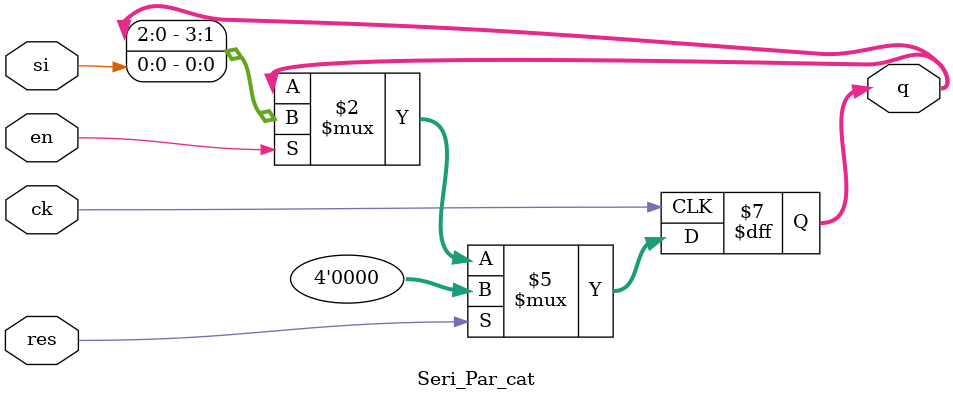
<source format=v>
module Seri_Par_cat( ck, res, en, si, q);
input ck, res, en, si;
output [3:0] q;
reg [3:0] q;

always @( posedge ck ) begin
    if ( res )
        q <= 4'h0;
    else if ( en )
        q <= { q, si };
end 
endmodule

</source>
